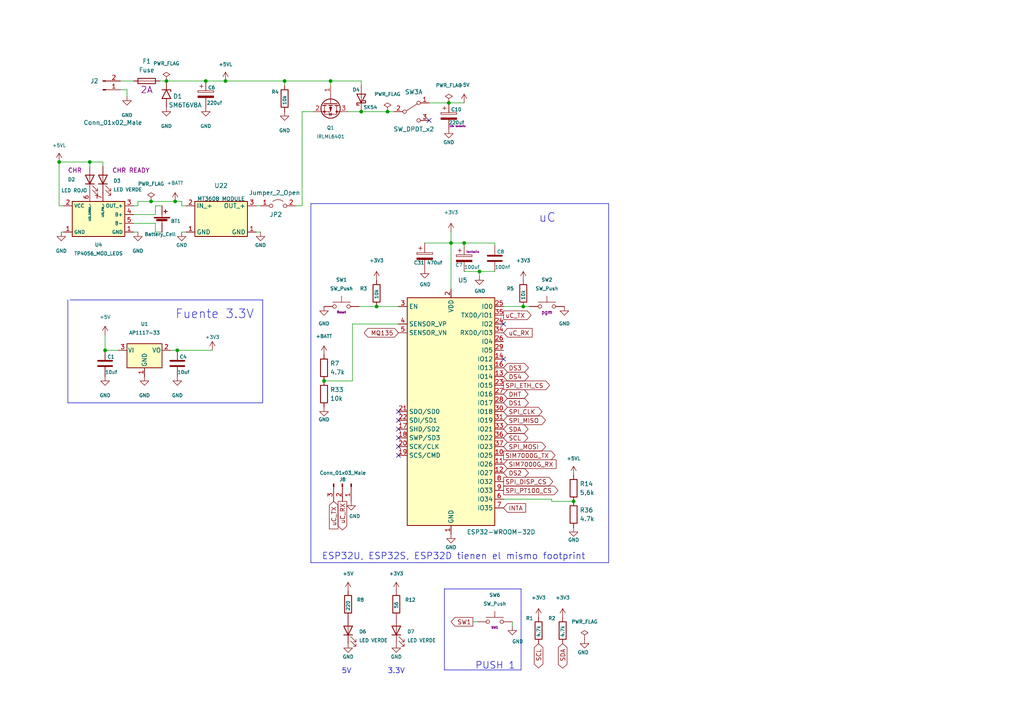
<source format=kicad_sch>
(kicad_sch (version 20230121) (generator eeschema)
  (paper "A4")
  (junction (at 65.405 23.495))
  (junction (at -59.055 178.435))
  (junction (at 130.175 29.845))
  (junction (at -24.765 175.895))
  (junction (at -41.91 67.945))
  (junction (at -52.07 92.075))
  (junction (at 48.26 23.495))
  (junction (at -55.245 132.08))
  (junction (at -43.815 141.605))
  (junction (at 109.22 88.9))
  (junction (at 30.48 101.6))
  (junction (at -41.91 92.075))
  (junction (at 166.37 145.415))
  (junction (at 130.81 70.485))
  (junction (at -49.53 170.815))
  (junction (at 134.62 70.485))
  (junction (at -137.795 132.08))
  (junction (at 93.98 110.49))
  (junction (at -59.055 186.69))
  (junction (at -131.445 132.08))
  (junction (at 50.8 58.42))
  (junction (at -64.77 186.69))
  (junction (at 112.395 32.385))
  (junction (at 95.885 23.495))
  (junction (at 59.69 23.495))
  (junction (at -91.44 132.08))
  (junction (at -29.21 67.945))
  (junction (at -14.605 79.375))
  (junction (at 17.145 46.99))
  (junction (at 43.815 58.42))
  (junction (at -69.215 132.08))
  (junction (at 51.435 101.6))
  (junction (at -34.925 141.605))
  (junction (at 104.775 32.385))
  (junction (at -80.01 132.08))
  (junction (at 139.065 78.74))
  (junction (at 151.765 88.9))
  (junction (at 26.035 46.99))
  (junction (at 82.55 23.495))
  (junction (at -26.67 21.59))
  (junction (at -50.8 53.34))
  (no_connect (at -35.56 43.18))
  (no_connect (at 146.05 93.98))
  (no_connect (at -35.56 40.64))
  (no_connect (at 124.46 34.925))
  (no_connect (at -77.47 198.12))
  (no_connect (at -80.01 198.12))
  (no_connect (at 115.57 119.38))
  (no_connect (at 115.57 127))
  (no_connect (at 115.57 124.46))
  (no_connect (at 115.57 121.92))
  (no_connect (at 115.57 132.08))
  (no_connect (at 115.57 129.54))
  (no_connect (at 146.05 104.14))
  (no_connect (at -82.55 198.12))
  (wire (pts (xy 30.48 101.6) (xy 34.29 101.6)))
  (wire (pts (xy 82.55 23.495) (xy 82.55 24.765)))
  (wire (pts (xy -59.055 178.435) (xy -59.055 186.69)))
  (wire (pts (xy 38.735 64.77) (xy 45.085 64.77)))
  (wire (pts (xy 130.81 70.485) (xy 130.81 83.82)))
  (wire (pts (xy -59.055 141.605) (xy -59.055 163.195)))
  (wire (pts (xy -35.56 27.94) (xy -30.48 27.94)))
  (wire (pts (xy -58.42 92.075) (xy -52.07 92.075)))
  (wire (pts (xy 53.975 67.31) (xy 52.705 67.31)))
  (wire (pts (xy -24.765 175.895) (xy -20.955 175.895)))
  (wire (pts (xy 95.885 23.495) (xy 104.775 23.495)))
  (wire (pts (xy -30.48 21.59) (xy -26.67 21.59)))
  (wire (pts (xy -30.48 27.94) (xy -30.48 21.59)))
  (wire (pts (xy 87.63 32.385) (xy 87.63 59.69)))
  (wire (pts (xy 52.705 59.69) (xy 53.975 59.69)))
  (wire (pts (xy 38.735 67.31) (xy 40.005 67.31)))
  (wire (pts (xy 100.965 32.385) (xy 104.775 32.385)))
  (wire (pts (xy 38.735 59.69) (xy 40.005 59.69)))
  (polyline (pts (xy 151.13 194.31) (xy 128.905 194.31)))
  (wire (pts (xy -14.605 79.375) (xy -14.605 85.09)))
  (wire (pts (xy 26.035 46.99) (xy 26.035 48.26)))
  (wire (pts (xy 109.22 88.9) (xy 115.57 88.9)))
  (wire (pts (xy 134.62 70.485) (xy 134.62 71.12)))
  (wire (pts (xy 17.145 59.69) (xy 18.415 59.69)))
  (wire (pts (xy 34.925 23.495) (xy 38.735 23.495)))
  (wire (pts (xy 46.355 23.495) (xy 48.26 23.495)))
  (wire (pts (xy 102.235 93.98) (xy 102.235 110.49)))
  (wire (pts (xy -131.445 130.81) (xy -131.445 132.08)))
  (wire (pts (xy -58.42 53.34) (xy -50.8 53.34)))
  (wire (pts (xy 36.83 26.035) (xy 36.83 27.94)))
  (wire (pts (xy -14.605 76.2) (xy -14.605 79.375)))
  (wire (pts (xy 43.815 58.42) (xy 40.005 58.42)))
  (polyline (pts (xy 19.685 86.995) (xy 19.685 116.84)))
  (wire (pts (xy -31.75 85.725) (xy -29.21 85.725)))
  (wire (pts (xy 65.405 23.495) (xy 82.55 23.495)))
  (polyline (pts (xy 151.13 170.815) (xy 151.13 194.31)))
  (wire (pts (xy -165.1 134.62) (xy -161.925 134.62)))
  (wire (pts (xy 143.51 71.12) (xy 143.51 70.485)))
  (wire (pts (xy -29.21 67.945) (xy -14.605 67.945)))
  (wire (pts (xy -26.67 82.55) (xy -26.67 85.09)))
  (wire (pts (xy 146.05 144.78) (xy 160.02 144.78)))
  (wire (pts (xy -59.055 141.605) (xy -57.785 141.605)))
  (wire (pts (xy -26.67 21.59) (xy -16.51 21.59)))
  (wire (pts (xy -55.245 132.08) (xy -69.215 132.08)))
  (wire (pts (xy -153.035 132.08) (xy -149.86 132.08)))
  (wire (pts (xy -14.605 67.945) (xy -14.605 68.58)))
  (wire (pts (xy 74.295 67.31) (xy 75.565 67.31)))
  (wire (pts (xy 148.59 181.61) (xy 148.59 180.34)))
  (wire (pts (xy 17.145 46.99) (xy 17.145 59.69)))
  (wire (pts (xy -137.795 130.81) (xy -137.795 132.08)))
  (wire (pts (xy 124.46 29.845) (xy 130.175 29.845)))
  (wire (pts (xy 45.085 62.23) (xy 38.735 62.23)))
  (wire (pts (xy -165.1 132.08) (xy -160.655 132.08)))
  (wire (pts (xy -91.44 132.08) (xy -91.44 186.69)))
  (wire (pts (xy 46.99 59.69) (xy 45.085 59.69)))
  (wire (pts (xy -53.975 170.815) (xy -49.53 170.815)))
  (wire (pts (xy -31.75 79.375) (xy -26.67 79.375)))
  (wire (pts (xy 123.19 70.485) (xy 130.81 70.485)))
  (polyline (pts (xy 20.32 86.995) (xy 76.2 86.995)))
  (wire (pts (xy -91.44 132.08) (xy -80.01 132.08)))
  (polyline (pts (xy 76.2 116.84) (xy 19.685 116.84)))
  (wire (pts (xy 52.705 58.42) (xy 50.8 58.42)))
  (wire (pts (xy -59.055 178.435) (xy -49.53 178.435)))
  (wire (pts (xy 112.395 32.385) (xy 114.3 32.385)))
  (wire (pts (xy -52.07 80.01) (xy -58.42 80.01)))
  (wire (pts (xy 49.53 101.6) (xy 51.435 101.6)))
  (wire (pts (xy 17.78 67.31) (xy 18.415 67.31)))
  (wire (pts (xy -62.23 67.945) (xy -41.91 67.945)))
  (polyline (pts (xy 76.2 86.995) (xy 76.2 116.84)))
  (wire (pts (xy 50.8 58.42) (xy 43.815 58.42)))
  (wire (pts (xy -34.925 141.605) (xy -31.115 141.605)))
  (wire (pts (xy -29.21 76.2) (xy -31.75 76.2)))
  (wire (pts (xy -43.815 133.985) (xy -43.815 132.08)))
  (wire (pts (xy -52.07 92.075) (xy -41.91 92.075)))
  (wire (pts (xy -43.815 141.605) (xy -34.925 141.605)))
  (wire (pts (xy 46.99 67.31) (xy 45.085 67.31)))
  (wire (pts (xy -95.25 132.08) (xy -91.44 132.08)))
  (wire (pts (xy -41.91 67.945) (xy -41.91 71.12)))
  (wire (pts (xy 134.62 70.485) (xy 143.51 70.485)))
  (wire (pts (xy 74.295 59.69) (xy 75.565 59.69)))
  (wire (pts (xy 29.845 48.26) (xy 29.845 46.99)))
  (polyline (pts (xy 176.53 59.055) (xy 176.53 163.195)))
  (wire (pts (xy 30.48 97.155) (xy 30.48 101.6)))
  (polyline (pts (xy 90.17 59.055) (xy 176.53 59.055)))
  (wire (pts (xy 160.02 144.78) (xy 160.02 145.415)))
  (wire (pts (xy 82.55 23.495) (xy 95.885 23.495)))
  (wire (pts (xy 59.69 23.495) (xy 65.405 23.495)))
  (wire (pts (xy 34.925 26.035) (xy 36.83 26.035)))
  (wire (pts (xy 137.16 180.34) (xy 138.43 180.34)))
  (wire (pts (xy -161.925 134.62) (xy -161.925 135.89)))
  (wire (pts (xy 134.62 78.74) (xy 139.065 78.74)))
  (polyline (pts (xy 128.905 194.31) (xy 128.905 170.815)))
  (wire (pts (xy 102.235 110.49) (xy 93.98 110.49)))
  (wire (pts (xy 130.81 67.31) (xy 130.81 70.485)))
  (wire (pts (xy 139.065 78.74) (xy 143.51 78.74)))
  (wire (pts (xy 130.175 29.845) (xy 134.62 29.845)))
  (wire (pts (xy 151.765 88.9) (xy 153.543 88.9)))
  (wire (pts (xy -131.445 132.08) (xy -127 132.08)))
  (wire (pts (xy 130.81 70.485) (xy 134.62 70.485)))
  (wire (pts (xy 104.14 88.9) (xy 109.22 88.9)))
  (wire (pts (xy -55.245 132.08) (xy -43.815 132.08)))
  (wire (pts (xy 45.085 67.31) (xy 45.085 64.77)))
  (wire (pts (xy 51.435 101.6) (xy 61.595 101.6)))
  (wire (pts (xy 45.085 59.69) (xy 45.085 62.23)))
  (wire (pts (xy -58.42 87.63) (xy -58.42 92.075)))
  (wire (pts (xy 48.26 23.495) (xy 59.69 23.495)))
  (wire (pts (xy -137.795 132.08) (xy -131.445 132.08)))
  (wire (pts (xy 52.705 59.69) (xy 52.705 58.42)))
  (wire (pts (xy -49.53 170.815) (xy -32.385 170.815)))
  (wire (pts (xy 26.035 46.99) (xy 17.145 46.99)))
  (wire (pts (xy -19.05 79.375) (xy -14.605 79.375)))
  (polyline (pts (xy 176.53 163.195) (xy 90.17 163.195)))
  (wire (pts (xy -106.68 132.08) (xy -105.41 132.08)))
  (wire (pts (xy 29.845 46.99) (xy 26.035 46.99)))
  (wire (pts (xy -31.75 82.55) (xy -26.67 82.55)))
  (wire (pts (xy 95.885 23.495) (xy 95.885 24.765)))
  (wire (pts (xy -47.625 141.605) (xy -43.815 141.605)))
  (polyline (pts (xy 90.17 59.055) (xy 90.17 163.195)))
  (wire (pts (xy -14.605 85.09) (xy -19.05 85.09)))
  (wire (pts (xy -142.24 132.08) (xy -137.795 132.08)))
  (wire (pts (xy -41.91 93.98) (xy -41.91 92.075)))
  (wire (pts (xy -59.055 186.69) (xy -55.245 186.69)))
  (wire (pts (xy 40.005 58.42) (xy 40.005 59.69)))
  (wire (pts (xy 85.725 59.69) (xy 87.63 59.69)))
  (wire (pts (xy -41.91 67.945) (xy -29.21 67.945)))
  (wire (pts (xy 160.02 145.415) (xy 166.37 145.415)))
  (wire (pts (xy 115.57 93.98) (xy 102.235 93.98)))
  (wire (pts (xy -52.07 86.36) (xy -52.07 92.075)))
  (wire (pts (xy -64.77 186.69) (xy -59.055 186.69)))
  (wire (pts (xy -41.91 92.075) (xy -41.91 90.805)))
  (wire (pts (xy 139.065 80.01) (xy 139.065 78.74)))
  (wire (pts (xy -59.055 173.355) (xy -59.055 178.435)))
  (wire (pts (xy 104.775 23.495) (xy 104.775 24.765)))
  (wire (pts (xy -68.58 186.69) (xy -64.77 186.69)))
  (wire (pts (xy -29.21 85.725) (xy -29.21 91.44)))
  (wire (pts (xy -29.21 67.945) (xy -29.21 76.2)))
  (polyline (pts (xy 128.905 170.815) (xy 128.905 170.815)))
  (wire (pts (xy 104.775 32.385) (xy 112.395 32.385)))
  (wire (pts (xy 146.05 88.9) (xy 151.765 88.9)))
  (wire (pts (xy -55.245 132.08) (xy -55.245 136.525)))
  (polyline (pts (xy 128.905 170.815) (xy 151.13 170.815)))
  (wire (pts (xy 90.805 32.385) (xy 87.63 32.385)))
  (wire (pts (xy -80.01 132.08) (xy -69.215 132.08)))
  (rectangle (start -180.975 118.11) (end -8.89 224.79))
  (text_box "10v" (at -92.075 126.365 0) (size 10.16 3.81) (effects (font (size 1.5 1.5))))
  (text "5V" (at 99.06 195.58 0) (effects (font (size 1.5 1.5)) (justify left bottom)))
  (text "CHARGE" (at -12.7 80.645 0) (effects (font (size 1.27 1.27)) (justify left bottom)))
  (text "Fuente 3.3V" (at 50.8 92.71 0) (effects (font (size 2.54 2.54)) (justify left bottom)))
  (text "PUSH 1" (at 137.795 194.31 0) (effects (font (size 2 2)) (justify left bottom)))
  (text "ESP32U, ESP32S, ESP32D tienen el mismo footprint\n" (at 93.345 162.56 0) (effects (font (size 1.905 1.905)) (justify left bottom)))
  (text "STDBY" (at -12.7 86.36 0) (effects (font (size 1.27 1.27)) (justify left bottom)))
  (text "uC" (at 156.21 64.77 0) (effects (font (size 2.54 2.54)) (justify left bottom)))
  (text "R4 = 22k = 60 ma\nR4 = 2K = 580 ma" (at -69.215 100.33 0) (effects (font (size 1.27 1.27)) (justify left bottom)))
  (text "3.3V" (at 112.395 195.58 0) (effects (font (size 1.5 1.5)) (justify left bottom)))
  (global_label "SCL" (shape bidirectional) (at 156.21 186.69 270) (property "Intersheetrefs" "${INTERSHEET_REFS}" (effects hide)) (property "Referencias entre hojas" "${INTERSHEET_REFS}" (effects hide)))
  (global_label "SCL" (shape bidirectional) (at 146.05 127 0) (property "Intersheetrefs" "${INTERSHEET_REFS}" (effects hide)) (property "Referencias entre hojas" "${INTERSHEET_REFS}" (effects hide)))
  (global_label "VBat" (shape output) (at -55.245 186.69 0) (property "Intersheetrefs" "${INTERSHEET_REFS}" (effects hide)) (property "Referencias entre hojas" "${INTERSHEET_REFS}" (effects hide)))
  (global_label "uC_TX" (shape input) (at 96.774 145.415 270) (property "Intersheetrefs" "${INTERSHEET_REFS}" (effects hide)) (property "Referencias entre hojas" "${INTERSHEET_REFS}" (effects hide)))
  (global_label "DS1" (shape bidirectional) (at 146.05 116.84 0) (property "Intersheetrefs" "${INTERSHEET_REFS}" (effects hide)) (property "Referencias entre hojas" "${INTERSHEET_REFS}" (effects hide)))
  (global_label "SIM7000G_RX" (shape input) (at 146.05 134.62 0) (property "Intersheetrefs" "${INTERSHEET_REFS}" (effects hide)) (property "Referencias entre hojas" "${INTERSHEET_REFS}" (effects hide)))
  (global_label "SPI_PT100_CS" (shape output) (at 146.05 142.24 0) (property "Intersheetrefs" "${INTERSHEET_REFS}" (effects hide)) (property "Referencias entre hojas" "${INTERSHEET_REFS}" (effects hide)))
  (global_label "DHT" (shape bidirectional) (at 146.05 114.3 0) (property "Intersheetrefs" "${INTERSHEET_REFS}" (effects hide)) (property "Referencias entre hojas" "${INTERSHEET_REFS}" (effects hide)))
  (global_label "Bat_ENA" (shape input) (at -20.955 175.895 0) (property "Intersheetrefs" "${INTERSHEET_REFS}" (effects hide)))
  (global_label "V_IN" (shape output) (at -31.115 141.605 0) (property "Intersheetrefs" "${INTERSHEET_REFS}" (effects hide)) (property "Referencias entre hojas" "${INTERSHEET_REFS}" (effects hide)))
  (global_label "SPI_MISO" (shape bidirectional) (at 146.05 121.92 0) (property "Intersheetrefs" "${INTERSHEET_REFS}" (effects hide)) (property "Referencias entre hojas" "${INTERSHEET_REFS}" (effects hide)))
  (global_label "SDA" (shape bidirectional) (at 146.05 124.46 0) (property "Intersheetrefs" "${INTERSHEET_REFS}" (effects hide)) (property "Referencias entre hojas" "${INTERSHEET_REFS}" (effects hide)))
  (global_label "INTA" (shape input) (at 146.05 147.32 0) (property "Intersheetrefs" "${INTERSHEET_REFS}" (effects hide)) (property "Referencias entre hojas" "${INTERSHEET_REFS}" (effects hide)))
  (global_label "SPI_ETH_CS" (shape output) (at 146.05 111.76 0) (property "Intersheetrefs" "${INTERSHEET_REFS}" (effects hide)) (property "Referencias entre hojas" "${INTERSHEET_REFS}" (effects hide)))
  (global_label "DS3" (shape bidirectional) (at 146.05 106.68 0) (property "Intersheetrefs" "${INTERSHEET_REFS}" (effects hide)) (property "Referencias entre hojas" "${INTERSHEET_REFS}" (effects hide)))
  (global_label "MQ135" (shape bidirectional) (at 115.57 96.52 180) (property "Intersheetrefs" "${INTERSHEET_REFS}" (effects hide)) (property "Referencias entre hojas" "${INTERSHEET_REFS}" (effects hide)))
  (global_label "uC_TX" (shape output) (at 146.05 91.44 0) (property "Intersheetrefs" "${INTERSHEET_REFS}" (effects hide)) (property "Referencias entre hojas" "${INTERSHEET_REFS}" (effects hide)))
  (global_label "DS2" (shape bidirectional) (at 146.05 137.16 0) (property "Intersheetrefs" "${INTERSHEET_REFS}" (effects hide)) (property "Referencias entre hojas" "${INTERSHEET_REFS}" (effects hide)))
  (global_label "DS4" (shape bidirectional) (at 146.05 109.22 0) (property "Intersheetrefs" "${INTERSHEET_REFS}" (effects hide)) (property "Referencias entre hojas" "${INTERSHEET_REFS}" (effects hide)))
  (global_label "SPI_MOSI" (shape bidirectional) (at 146.05 129.54 0) (property "Intersheetrefs" "${INTERSHEET_REFS}" (effects hide)) (property "Referencias entre hojas" "${INTERSHEET_REFS}" (effects hide)))
  (global_label "SW1" (shape output) (at 137.16 180.34 180) (property "Intersheetrefs" "${INTERSHEET_REFS}" (effects hide)) (property "Referencias entre hojas" "${INTERSHEET_REFS}" (effects hide)))
  (global_label "SDA" (shape bidirectional) (at 163.195 186.69 270) (property "Intersheetrefs" "${INTERSHEET_REFS}" (effects hide)) (property "Referencias entre hojas" "${INTERSHEET_REFS}" (effects hide)))
  (global_label "uC_RX" (shape input) (at 146.05 96.52 0) (property "Intersheetrefs" "${INTERSHEET_REFS}" (effects hide)) (property "Referencias entre hojas" "${INTERSHEET_REFS}" (effects hide)))
  (global_label "BAT+" (shape input) (at -29.21 89.535 0) (property "Intersheetrefs" "${INTERSHEET_REFS}" (effects hide)))
  (global_label "SPI_CLK" (shape bidirectional) (at 146.05 119.38 0) (property "Intersheetrefs" "${INTERSHEET_REFS}" (effects hide)) (property "Referencias entre hojas" "${INTERSHEET_REFS}" (effects hide)))
  (global_label "VLin" (shape output) (at -131.445 130.81 90) (property "Intersheetrefs" "${INTERSHEET_REFS}" (effects hide)) (property "Referencias entre hojas" "${INTERSHEET_REFS}" (effects hide)))
  (global_label "SIM7000G_TX" (shape output) (at 146.05 132.08 0) (property "Intersheetrefs" "${INTERSHEET_REFS}" (effects hide)) (property "Referencias entre hojas" "${INTERSHEET_REFS}" (effects hide)))
  (global_label "uC_RX" (shape output) (at 99.314 145.415 270) (property "Intersheetrefs" "${INTERSHEET_REFS}" (effects hide)) (property "Referencias entre hojas" "${INTERSHEET_REFS}" (effects hide)))
  (global_label "SPI_DISP_CS" (shape output) (at 146.05 139.7 0) (property "Intersheetrefs" "${INTERSHEET_REFS}" (effects hide)) (property "Referencias entre hojas" "${INTERSHEET_REFS}" (effects hide)))
  (symbol (lib_id "power:GND") (at 75.565 67.31 0) (unit 1)
    (property "Reference" "#PWR046" (effects hide))
    (property "Value" "GND" (at 75.565 71.12 0) (effects (font (size 1 1))))
  )
  (symbol (lib_id "power:+3.3V") (at 61.595 101.6 0) (unit 1)
    (property "Reference" "#PWR016" (effects hide))
    (property "Value" "+3.3V" (at 61.595 97.79 0) (effects (font (size 1 1))))
  )
  (symbol (lib_id "Connector:Conn_01x02_Pin") (at -170.18 132.08 0) (unit 1)
    (property "Reference" "J3" (at -171.45 134.6201 0) (effects (justify right)))
    (property "Value" "Conn_01x02_Male" (at -160.02 127.635 0) (effects (justify right)))
    (property "Footprint" "Connector_Phoenix_MSTB:PhoenixContact_MSTBA_2,5_2-G-5,08_1x02_P5.08mm_Horizontal" (effects hide))
  )
  (symbol (lib_id "power:+5VL") (at 17.145 46.99 0) (unit 1)
    (property "Reference" "#PWR01" (effects hide))
    (property "Value" "+5VL" (at 17.145 42.164 0) (effects (font (size 1 1))))
  )
  (symbol (lib_id "Device:R") (at 114.935 175.26 0) (unit 1)
    (property "Reference" "R12" (at 117.475 173.9899 0) (effects (font (size 1 1)) (justify left)))
    (property "Value" "56" (at 114.935 176.53 90) (effects (font (size 1 1)) (justify left)))
    (property "Footprint" "Resistor_SMD:R_0805_2012Metric_Pad1.20x1.40mm_HandSolder" (effects hide))
    (property "Elemon" "RS3896111" (effects hide))
  )
  (symbol (lib_id "power:GND") (at 148.59 181.61 0) (unit 1)
    (property "Reference" "#PWR031" (effects hide))
    (property "Value" "~" (at 151.765 186.055 0) (effects (font (size 1 1)) (justify right)))
  )
  (symbol (lib_id "Jumper:Jumper_2_Open") (at -100.33 132.08 0) (unit 1)
    (property "Reference" "JP1" (at -100.965 134.62 0))
    (property "Value" "Jumper_2_Open" (at -101.346 128.2954 0))
    (property "Footprint" "Connector_PinHeader_2.54mm:PinHeader_1x02_P2.54mm_Vertical" (effects hide))
    (property "Data" "PWR 10V" (at -100.33 137.16 0) (effects (font (size 1.5 1.5))))
  )
  (symbol (lib_id "Device:D_TVS") (at -137.795 135.89 90) (unit 1)
    (property "Reference" "D12" (at -135.763 134.6199 90) (effects (justify right)))
    (property "Value" "D_TVS" (at -135.763 137.1599 90) (effects (justify right)))
    (property "Footprint" "Diode_SMD:D_SMA_Handsoldering" (effects hide))
    (property "Info" "SMAJ28A" (at -141.097 138.43 90) (effects (font (size 0.5 0.5))))
  )
  (symbol (lib_id "Device:R") (at -49.53 174.625 0) (unit 1)
    (property "Reference" "R11" (at -54.61 173.355 0) (effects (font (size 1 1)) (justify left)))
    (property "Value" "10k" (at -49.53 176.53 90) (effects (font (size 1 1)) (justify left)))
    (property "Footprint" "Resistor_SMD:R_0805_2012Metric_Pad1.20x1.40mm_HandSolder" (effects hide))
  )
  (symbol (lib_id "power:GND") (at -137.795 139.7 0) (unit 1)
    (property "Reference" "#PWR07" (effects hide))
    (property "Value" "GND" (at -137.795 143.51 0))
  )
  (symbol (lib_id "Device:D_Schottky") (at -43.815 137.795 90) (unit 1)
    (property "Reference" "D13" (at -46.355 135.255 90) (effects (font (size 1 1)) (justify right)))
    (property "Value" "SK54" (at -43.18 140.335 90) (effects (font (size 1 1)) (justify right)))
    (property "Footprint" "Diode_SMD:D_SMB" (effects hide))
    (property "Elemon" "DI1356210" (effects hide))
  )
  (symbol (lib_id "Device:Battery_Cell") (at 46.99 64.77 0) (unit 1)
    (property "Reference" "BT1" (at 49.53 64.135 0) (effects (font (size 1 1)) (justify left)))
    (property "Value" "Battery_Cell" (at 41.91 67.945 0) (effects (font (size 1 1)) (justify left)))
    (property "Footprint" "Battery:BatteryHolder_MPD_BH-18650-PC2" (effects hide))
  )
  (symbol (lib_id "Mi Libreria:LM2596 MODULE") (at -116.84 135.89 0) (unit 1)
    (property "Reference" "U3" (at -126.365 126.365 0))
    (property "Value" "LM2596 MODULE" (at -116.84 129.54 0) (effects (font (size 1.1 1.1))))
    (property "Footprint" "Mis huellas:LM2596_MOD" (effects hide))
  )
  (symbol (lib_id "Device:LED") (at 26.035 52.07 90) (unit 1)
    (property "Reference" "D2" (at 19.685 52.07 90) (effects (font (size 1 1)) (justify right)))
    (property "Value" "LED ROJO" (at 17.78 55.245 90) (effects (font (size 1 1)) (justify right)))
    (property "Footprint" "LED_SMD:LED_1206_3216Metric_Pad1.42x1.75mm_HandSolder" (effects hide))
    (property "Data" "CHR" (at 21.717 49.403 90))
    (property "Elemon" "OP1574070" (effects hide))
  )
  (symbol (lib_id "Device:C_Polarized") (at 123.19 74.295 0) (unit 1)
    (property "Reference" "C31" (at 120.015 76.2 0) (effects (font (size 1 1)) (justify left)))
    (property "Value" "470uf" (at 123.825 76.2 0) (effects (font (size 1 1)) (justify left)))
    (property "Footprint" "Capacitor_SMD:CP_Elec_8x10" (effects hide))
  )
  (symbol (lib_id "power:+5V") (at 100.965 171.45 0) (unit 1)
    (property "Reference" "#PWR050" (effects hide))
    (property "Value" "+5V" (at 100.965 166.37 0) (effects (font (size 1 1))))
  )
  (symbol (lib_id "RF_Module:ESP32-WROOM-32D") (at 130.81 119.38 0) (unit 1)
    (property "Reference" "U5" (at 132.8294 81.28 0) (effects (justify left)))
    (property "Value" "ESP32-WROOM-32D" (at 135.382 154.305 0) (effects (justify left)))
    (property "Footprint" "RF_Module:ESP32-WROOM-32D" (effects hide))
    (property "Datasheet" "https://www.espressif.com/sites/default/files/documentation/esp32-wroom-32d_esp32-wroom-32u_datasheet_en.pdf" (effects hide))
  )
  (symbol (lib_id "Mi Libreria:TP4056_MOD_LEDS") (at 28.575 63.5 0) (unit 1)
    (property "Reference" "U4" (at 28.575 70.993 0) (effects (font (size 1 1))))
    (property "Value" "TP4056_MOD_LEDS" (at 28.575 73.533 0) (effects (font (size 1 1))))
    (property "Footprint" "Mis huellas:TP4056_MOD_LEDS" (effects hide))
  )
  (symbol (lib_id "Device:C") (at 30.48 105.41 0) (unit 1)
    (property "Reference" "C1" (at 31.115 103.505 0) (effects (font (size 1 1)) (justify left)))
    (property "Value" "10uf" (at 30.48 107.95 0) (effects (font (size 1 1)) (justify left)))
    (property "Footprint" "Capacitor_SMD:C_0805_2012Metric_Pad1.18x1.45mm_HandSolder" (effects hide))
    (property "Elemon" "CA3279964" (effects hide))
  )
  (symbol (lib_id "power:PWR_FLAG") (at -69.215 132.08 0) (unit 1)
    (property "Reference" "#FLG09" (effects hide))
    (property "Value" "PWR_FLAG" (at -69.215 128.27 0))
  )
  (symbol (lib_id "Connector:Conn_01x03_Male") (at 99.314 140.335 270) (unit 1)
    (property "Reference" "J8" (at 98.425 139.065 90) (effects (font (size 1 1)) (justify left)))
    (property "Value" "Conn_01x03_Male" (at 92.71 137.16 90) (effects (font (size 1 1)) (justify left)))
    (property "Footprint" "Connector_PinHeader_2.54mm:PinHeader_1x03_P2.54mm_Vertical" (effects hide))
  )
  (symbol (lib_id "Device:C") (at 51.435 105.41 0) (unit 1)
    (property "Reference" "C4" (at 52.07 103.505 0) (effects (font (size 1 1)) (justify left)))
    (property "Value" "10uf" (at 51.435 107.95 0) (effects (font (size 1 1)) (justify left)))
    (property "Footprint" "Capacitor_SMD:C_0805_2012Metric_Pad1.18x1.45mm_HandSolder" (effects hide))
    (property "Elemon" "CA3279964" (effects hide))
  )
  (symbol (lib_id "power:GND") (at 41.91 109.22 0) (unit 1)
    (property "Reference" "#PWR08" (effects hide))
    (property "Value" "GND" (at 41.91 114.681 0) (effects (font (size 1 1))))
  )
  (symbol (lib_id "Device:R") (at 166.37 141.605 0) (unit 1)
    (property "Reference" "R14" (at 168.148 140.3349 0) (effects (justify left)))
    (property "Value" "5,6k" (at 168.148 142.8749 0) (effects (justify left)))
    (property "Footprint" "Resistor_SMD:R_0805_2012Metric_Pad1.20x1.40mm_HandSolder" (effects hide))
    (property "Elemon" "RS3896229" (effects hide))
  )
  (symbol (lib_id "power:GND") (at 93.98 88.9 0) (unit 1)
    (property "Reference" "#PWR024" (effects hide))
    (property "Value" "GND" (at 93.98 93.853 0) (effects (font (size 1 1))))
  )
  (symbol (lib_id "Device:R") (at -80.01 135.89 0) (unit 1)
    (property "Reference" "R10" (at -84.455 133.35 0) (effects (font (size 1 1)) (justify left)))
    (property "Value" "2k" (at -80.01 137.16 90) (effects (font (size 1 1)) (justify left)))
    (property "Footprint" "Resistor_SMD:R_0805_2012Metric_Pad1.20x1.40mm_HandSolder" (effects hide))
  )
  (symbol (lib_id "Device:R") (at 109.22 85.09 0) (unit 1)
    (property "Reference" "R3" (at 104.394 83.693 0) (effects (font (size 1 1)) (justify left)))
    (property "Value" "10k" (at 109.22 86.741 90) (effects (font (size 1 1)) (justify left)))
    (property "Footprint" "Resistor_SMD:R_0805_2012Metric_Pad1.20x1.40mm_HandSolder" (effects hide))
  )
  (symbol (lib_id "power:GND") (at -68.58 194.31 0) (unit 1)
    (property "Reference" "#PWR038" (effects hide))
    (property "Value" "GND" (at -68.58 198.12 0))
  )
  (symbol (lib_id "Device:R") (at -24.765 179.705 0) (unit 1)
    (property "Reference" "R13" (at -23.495 177.8 0) (effects (font (size 1 1)) (justify left)))
    (property "Value" "10k" (at -24.765 181.61 90) (effects (font (size 1 1)) (justify left)))
    (property "Footprint" "Resistor_SMD:R_0805_2012Metric_Pad1.20x1.40mm_HandSolder" (effects hide))
  )
  (symbol (lib_id "power:+5VL") (at 65.405 23.495 0) (unit 1)
    (property "Reference" "#PWR036" (effects hide))
    (property "Value" "+5VL" (at 65.405 18.669 0) (effects (font (size 1 1))))
  )
  (symbol (lib_id "Mi Libreria:TP5100_MOD") (at -80.01 190.5 0) (unit 1)
    (property "Reference" "U6" (at -80.01 181.61 0))
    (property "Value" "TP5100_MOD" (at -80.01 184.15 0) (effects (font (size 1.1 1.1))))
    (property "Footprint" "Mis huellas:TP5100_MOD" (effects hide))
  )
  (symbol (lib_id "Device:R") (at 163.195 182.88 0) (unit 1)
    (property "Reference" "R2" (at 159.004 179.324 0) (effects (font (size 1 1)) (justify left)))
    (property "Value" "4.7k" (at 163.195 184.785 90) (effects (font (size 1 1)) (justify left)))
    (property "Footprint" "Resistor_SMD:R_0805_2012Metric_Pad1.20x1.40mm_HandSolder" (effects hide))
    (property "Elemon" "RS3896224" (effects hide))
  )
  (symbol (lib_id "power:+5V") (at 134.62 29.845 0) (unit 1)
    (property "Reference" "#PWR048" (effects hide))
    (property "Value" "+5V" (at 134.62 24.638 0) (effects (font (size 1 1))))
  )
  (symbol (lib_id "Mi Libreria:MT3608 MODULE") (at 64.135 63.5 0) (unit 1)
    (property "Reference" "U22" (at 64.135 53.848 0))
    (property "Value" "MT3608 MODULE" (at 64.135 57.658 0) (effects (font (size 1.1 1.1))))
    (property "Footprint" "Mis huellas:MT3608_MOD" (effects hide))
  )
  (symbol (lib_id "power:PWR_FLAG") (at 43.815 58.42 0) (unit 1)
    (property "Reference" "#FLG04" (effects hide))
    (property "Value" "PWR_FLAG" (at 43.815 53.34 0) (effects (font (size 1 1))))
  )
  (symbol (lib_id "Device:R") (at 93.98 114.3 0) (unit 1)
    (property "Reference" "R33" (at 95.758 113.0299 0) (effects (justify left)))
    (property "Value" "10k" (at 95.758 115.5699 0) (effects (justify left)))
    (property "Footprint" "Resistor_SMD:R_0805_2012Metric_Pad1.20x1.40mm_HandSolder" (effects hide))
  )
  (symbol (lib_id "Diode:SM6T6V8A") (at 48.26 27.305 270) (unit 1)
    (property "Reference" "D1" (at 50.165 27.94 90) (effects (justify left)))
    (property "Value" "SM6T6V8A" (at 48.895 30.48 90) (effects (justify left)))
    (property "Footprint" "Diode_SMD:D_SMB" (effects hide))
    (property "Datasheet" "https://www.st.com/resource/en/datasheet/sm6t.pdf" (effects hide))
    (property "Elemon" "DI1134032" (effects hide))
  )
  (symbol (lib_id "power:GND") (at -32.385 180.975 0) (unit 1)
    (property "Reference" "#PWR040" (effects hide))
    (property "Value" "GND" (at -32.385 185.42 0))
  )
  (symbol (lib_id "power:GND") (at 101.854 145.415 0) (unit 1)
    (property "Reference" "#PWR025" (effects hide))
    (property "Value" "GND" (at 102.87 149.733 0) (effects (font (size 1 1))))
  )
  (symbol (lib_id "Transistor_FET:IRLML6401") (at 95.885 29.845 270) (unit 1)
    (property "Reference" "Q1" (at 95.885 37.084 90) (effects (font (size 1 1))))
    (property "Value" "IRLML6401" (at 95.885 39.624 90) (effects (font (size 1 1))))
    (property "Footprint" "Package_TO_SOT_SMD:SOT-23" (effects hide))
    (property "Datasheet" "https://www.infineon.com/dgdl/irlml6401pbf.pdf?fileId=5546d462533600a401535668b96d2634" (effects hide))
  )
  (symbol (lib_id "power:GND") (at 100.965 186.69 0) (unit 1)
    (property "Reference" "#PWR051" (effects hide))
    (property "Value" "GND" (at 100.965 190.5 0) (effects (font (size 1 1))))
  )
  (symbol (lib_id "Switch:SW_Push") (at 99.06 88.9 0) (unit 1)
    (property "Reference" "SW1" (at 99.06 81.153 0) (effects (font (size 1 1))))
    (property "Value" "SW_Push" (at 99.06 83.693 0) (effects (font (size 1 1))))
    (property "Footprint" "Button_Switch_SMD:SW_Push_1P1T_NO_6x6mm_H9.5mm" (effects hide))
    (property "Info" "Reset" (at 99.06 90.551 0) (effects (font (size 0.635 0.635))))
    (property "Elemon" "SW5702450" (effects hide))
  )
  (symbol (lib_id "Device:R") (at 166.37 149.225 0) (unit 1)
    (property "Reference" "R36" (at 168.148 147.9549 0) (effects (justify left)))
    (property "Value" "4.7k" (at 168.148 150.4949 0) (effects (justify left)))
    (property "Footprint" "Resistor_SMD:R_0805_2012Metric_Pad1.20x1.40mm_HandSolder" (effects hide))
  )
  (symbol (lib_id "Transistor_FET:DMG2302U") (at -29.845 175.895 0) (mirror y) (unit 1)
    (property "Reference" "Q7" (at -35.56 174.6249 0) (effects (justify left)))
    (property "Value" "DMG2302U" (at -35.56 177.1649 0) (effects (justify left)))
    (property "Footprint" "Package_TO_SOT_SMD:SOT-23" (effects hide))
    (property "Datasheet" "http://www.diodes.com/assets/Datasheets/DMG2302U.pdf" (effects hide))
  )
  (symbol (lib_id "power:GND") (at -127 139.7 0) (unit 1)
    (property "Reference" "#PWR09" (effects hide))
    (property "Value" "GND" (at -127 143.51 0))
  )
  (symbol (lib_id "power:GND") (at -41.91 93.98 0) (unit 1)
    (property "Reference" "#PWR02" (effects hide))
    (property "Value" "GND" (at -41.783 98.3742 0))
  )
  (symbol (lib_id "Device:C_Polarized") (at 134.62 74.93 0) (unit 1)
    (property "Reference" "C7" (at 132.08 76.835 0) (effects (font (size 1 1)) (justify left)))
    (property "Value" "100uf" (at 134.62 77.47 0) (effects (font (size 1 1)) (justify left)))
    (property "Footprint" "Capacitor_Tantalum_SMD:CP_EIA-7343-31_Kemet-D_Pad2.25x2.55mm_HandSolder" (effects hide))
    (property "Data" "tantalio" (at 137.16 73.025 0) (effects (font (size 0.635 0.635))))
  )
  (symbol (lib_id "Device:D_Schottky") (at 104.775 28.575 90) (unit 1)
    (property "Reference" "D4" (at 102.235 26.035 90) (effects (font (size 1 1)) (justify right)))
    (property "Value" "SK54" (at 105.41 31.115 90) (effects (font (size 1 1)) (justify right)))
    (property "Footprint" "Diode_SMD:D_SMC_Handsoldering" (effects hide))
    (property "Elemon" "DI1356210" (effects hide))
  )
  (symbol (lib_id "power:GND") (at 93.98 118.11 0) (unit 1)
    (property "Reference" "#PWR0105" (effects hide))
    (property "Value" "GND" (at 93.98 121.666 0) (effects (font (size 1 1))))
  )
  (symbol (lib_id "power:PWR_FLAG") (at 169.545 185.42 0) (unit 1)
    (property "Reference" "#FLG03" (effects hide))
    (property "Value" "PWR_FLAG" (at 169.545 180.34 0) (effects (font (size 1 1))))
  )
  (symbol (lib_id "Connector:Conn_01x02_Male") (at 29.845 26.035 0) (mirror x) (unit 1)
    (property "Reference" "J2" (at 28.575 23.4949 0) (effects (justify right)))
    (property "Value" "Conn_01x02_Male" (at 41.275 35.56 0) (effects (justify right)))
    (property "Footprint" "Connector_Phoenix_MSTB:PhoenixContact_MSTBA_2,5_2-G-5,08_1x02_P5.08mm_Horizontal" (effects hide))
  )
  (symbol (lib_id "Device:R") (at 100.965 175.26 0) (unit 1)
    (property "Reference" "R8" (at 103.505 173.9899 0) (effects (font (size 1 1)) (justify left)))
    (property "Value" "220" (at 100.965 177.165 90) (effects (font (size 1 1)) (justify left)))
    (property "Footprint" "Resistor_SMD:R_0805_2012Metric_Pad1.20x1.40mm_HandSolder" (effects hide))
    (property "Elemon" "RS3896144" (effects hide))
  )
  (symbol (lib_id "Device:R") (at 151.765 85.09 0) (unit 1)
    (property "Reference" "R5" (at 146.939 83.693 0) (effects (font (size 1 1)) (justify left)))
    (property "Value" "10k" (at 151.765 86.995 90) (effects (font (size 1 1)) (justify left)))
    (property "Footprint" "Resistor_SMD:R_0805_2012Metric_Pad1.20x1.40mm_HandSolder" (effects hide))
  )
  (symbol (lib_id "power:GND") (at -91.44 194.31 0) (unit 1)
    (property "Reference" "#PWR020" (effects hide))
    (property "Value" "GND" (at -91.44 198.12 0))
  )
  (symbol (lib_id "Device:LED") (at 114.935 182.88 90) (unit 1)
    (property "Reference" "D7" (at 118.11 183.1974 90) (effects (font (size 1 1)) (justify right)))
    (property "Value" "LED VERDE" (at 118.11 185.7374 90) (effects (font (size 1 1)) (justify right)))
    (property "Footprint" "LED_SMD:LED_1206_3216Metric_Pad1.42x1.75mm_HandSolder" (effects hide))
    (property "Elemon" "OP1574081" (effects hide))
  )
  (symbol (lib_id "power:GND") (at 48.26 31.115 0) (unit 1)
    (property "Reference" "#PWR011" (effects hide))
    (property "Value" "GND" (at 48.26 36.576 0) (effects (font (size 1 1))))
  )
  (symbol (lib_id "power:PWR_FLAG") (at 112.395 32.385 0) (unit 1)
    (property "Reference" "#FLG05" (effects hide))
    (property "Value" "PWR_FLAG" (at 112.395 27.305 0) (effects (font (size 1 1))))
  )
  (symbol (lib_id "Mi Libreria:BSP170P") (at -52.705 139.065 90) (mirror x) (unit 1)
    (property "Reference" "Q6" (at -52.705 147.955 90))
    (property "Value" "BSP170P" (at -52.705 145.415 90))
    (property "Footprint" "Mis huellas:BSP170" (effects hide))
    (property "Field4" "reempazo = IRFL9110" (at -48.26 149.86 90) (effects (font (size 1 1))))
  )
  (symbol (lib_id "Jumper:Jumper_2_Open") (at 80.645 59.69 0) (unit 1)
    (property "Reference" "JP2" (at 80.01 62.23 0))
    (property "Value" "Jumper_2_Open" (at 79.629 55.9054 0))
    (property "Footprint" "Connector_PinHeader_2.54mm:PinHeader_1x02_P2.54mm_Vertical" (effects hide))
  )
  (symbol (lib_id "power:GND") (at 30.48 109.22 0) (unit 1)
    (property "Reference" "#PWR04" (effects hide))
    (property "Value" "GND" (at 30.48 114.681 0) (effects (font (size 1 1))))
  )
  (symbol (lib_id "power:GND") (at 130.81 154.94 0) (unit 1)
    (property "Reference" "#PWR030" (effects hide))
    (property "Value" "GND" (at 130.81 158.75 0) (effects (font (size 1 1))))
  )
  (symbol (lib_id "power:GND") (at -106.68 139.7 0) (unit 1)
    (property "Reference" "#PWR014" (effects hide))
    (property "Value" "GND" (at -106.68 143.51 0))
  )
  (symbol (lib_id "power:+3.3V") (at 109.22 81.28 0) (unit 1)
    (property "Reference" "#PWR026" (effects hide))
    (property "Value" "+3.3V" (at 109.22 75.565 0) (effects (font (size 1 1))))
  )
  (symbol (lib_id "Switch:SW_Push") (at 158.623 88.9 0) (mirror y) (unit 1)
    (property "Reference" "SW2" (at 158.623 81.153 0) (effects (font (size 1 1))))
    (property "Value" "SW_Push" (at 158.623 83.693 0) (effects (font (size 1 1))))
    (property "Footprint" "Button_Switch_SMD:SW_Push_1P1T_NO_6x6mm_H9.5mm" (effects hide))
    (property "Info" "pgm" (at 158.623 90.551 0) (effects (font (size 1 1))))
    (property "Elemon" "SW5702450" (effects hide))
  )
  (symbol (lib_id "power:GND") (at 139.065 80.01 0) (unit 1)
    (property "Reference" "#PWR032" (effects hide))
    (property "Value" "GND" (at 139.192 84.4042 0) (effects (font (size 1 1))))
  )
  (symbol (lib_id "power:GND") (at 163.703 88.9 0) (mirror y) (unit 1)
    (property "Reference" "#PWR037" (effects hide))
    (property "Value" "GND" (at 163.703 93.853 0) (effects (font (size 1 1))))
  )
  (symbol (lib_id "power:+3.3V") (at 130.81 67.31 0) (unit 1)
    (property "Reference" "#PWR029" (effects hide))
    (property "Value" "+3.3V" (at 130.81 61.595 0) (effects (font (size 1 1))))
  )
  (symbol (lib_id "Switch:SW_Push") (at 143.51 180.34 0) (unit 1)
    (property "Reference" "SW6" (at 143.51 172.593 0) (effects (font (size 1 1))))
    (property "Value" "SW_Push" (at 143.51 175.133 0) (effects (font (size 1 1))))
    (property "Footprint" "Button_Switch_THT:SW_Tactile_SPST_Angled_PTS645Vx39-2LFS" (effects hide))
    (property "Info" "SW1" (at 143.51 181.991 0) (effects (font (size 0.635 0.635))))
    (property "Elemon" "SW5702093" (effects hide))
  )
  (symbol (lib_id "Switch:SW_DPDT_x2") (at 119.38 32.385 0) (unit 1)
    (property "Reference" "SW3" (at 120.015 26.67 0))
    (property "Value" "SW_DPDT_x2" (at 120.015 37.465 0))
    (property "Footprint" "Mis huellas:EG2211" (effects hide))
    (property "Elemon" "SW5701004" (effects hide))
  )
  (symbol (lib_id "Device:Fuse") (at -146.05 132.08 90) (unit 1)
    (property "Reference" "F2" (at -146.05 126.365 90))
    (property "Value" "Fuse" (at -146.05 128.905 90))
    (property "Footprint" "Fuse:Fuse_1206_3216Metric_Pad1.42x1.75mm_HandSolder" (effects hide))
    (property "Data" "2A" (at -146.05 134.62 90) (effects (font (size 1.905 1.905))))
  )
  (symbol (lib_id "power:+BATT") (at 93.98 102.87 0) (unit 1)
    (property "Reference" "#PWR047" (effects hide))
    (property "Value" "+BATT" (at 93.98 97.536 0) (effects (font (size 1 1))))
  )
  (symbol (lib_id "power:PWR_FLAG") (at -64.77 186.69 0) (unit 1)
    (property "Reference" "#FLG010" (effects hide))
    (property "Value" "PWR_FLAG" (at -64.77 182.88 0))
  )
  (symbol (lib_id "power:GND") (at -161.925 135.89 0) (unit 1)
    (property "Reference" "#PWR06" (effects hide))
    (property "Value" "GND" (at -161.925 139.7 0))
  )
  (symbol (lib_id "Device:D_Schottky") (at -156.845 132.08 180) (unit 1)
    (property "Reference" "D11" (at -158.115 129.54 0) (effects (font (size 1 1)) (justify right)))
    (property "Value" "SK54" (at -158.115 134.62 0) (effects (font (size 1 1)) (justify right)))
    (property "Footprint" "Diode_SMD:D_SMB_Handsoldering" (effects hide))
    (property "Elemon" "DI1356210" (effects hide))
  )
  (symbol (lib_id "Device:R") (at -14.605 72.39 0) (unit 1)
    (property "Reference" "R9" (at -12.7 71.755 0) (effects (justify left)))
    (property "Value" "2k" (at -14.605 73.66 90) (effects (justify left)))
    (property "Footprint" "Resistor_SMD:R_0805_2012Metric_Pad1.20x1.40mm_HandSolder" (effects hide))
  )
  (symbol (lib_id "power:GND") (at 169.545 185.42 0) (unit 1)
    (property "Reference" "#PWR019" (effects hide))
    (property "Value" "GND" (at 167.513 189.23 0) (effects (font (size 1 1)) (justify left)))
  )
  (symbol (lib_id "Device:C") (at 143.51 74.93 0) (unit 1)
    (property "Reference" "C8" (at 144.145 73.025 0) (effects (font (size 1 1)) (justify left)))
    (property "Value" "100nf" (at 143.51 77.47 0) (effects (font (size 1 1)) (justify left)))
    (property "Footprint" "Capacitor_SMD:C_0805_2012Metric_Pad1.18x1.45mm_HandSolder" (effects hide))
    (property "Elemon" "CA3279775" (effects hide))
  )
  (symbol (lib_id "power:GND") (at -50.8 53.34 0) (unit 1)
    (property "Reference" "#PWR012" (effects hide))
    (property "Value" "GND" (at -50.673 57.7342 0))
  )
  (symbol (lib_id "power:+3.3V") (at 163.195 179.07 0) (unit 1)
    (property "Reference" "#PWR017" (effects hide))
    (property "Value" "+3.3V" (at 163.195 173.355 0) (effects (font (size 1 1))))
  )
  (symbol (lib_id "power:GND") (at -24.765 183.515 0) (unit 1)
    (property "Reference" "#PWR041" (effects hide))
    (property "Value" "GND" (at -24.765 188.976 0) (effects (font (size 1 1))))
  )
  (symbol (lib_id "Regulator_Linear:AP1117-33") (at 41.91 101.6 0) (unit 1)
    (property "Reference" "U1" (at 41.91 93.98 0) (effects (font (size 1 1))))
    (property "Value" "AP1117-33" (at 41.91 96.52 0) (effects (font (size 1 1))))
    (property "Footprint" "Package_TO_SOT_SMD:SOT-223-3_TabPin2" (effects hide))
    (property "Datasheet" "http://www.diodes.com/datasheets/AP1117.pdf" (effects hide))
    (property "Elemon" "LD1117S33TR" (effects hide))
  )
  (symbol (lib_id "power:GND") (at 123.19 78.105 0) (unit 1)
    (property "Reference" "#PWR064" (effects hide))
    (property "Value" "GND" (at 123.317 82.4992 0) (effects (font (size 1 1))))
  )
  (symbol (lib_id "Device:Fuse") (at 42.545 23.495 90) (unit 1)
    (property "Reference" "F1" (at 42.545 17.78 90))
    (property "Value" "Fuse" (at 42.545 20.32 90))
    (property "Footprint" "Fuse:Fuseholder_Littelfuse_Nano2_154x" (effects hide))
    (property "Data" "2A" (at 42.545 26.035 90) (effects (font (size 1.905 1.905))))
  )
  (symbol (lib_id "power:GND") (at -29.21 99.06 0) (unit 1)
    (property "Reference" "#PWR05" (effects hide))
    (property "Value" "GND" (at -29.083 103.4542 0))
  )
  (symbol (lib_id "Mi Libreria:TP4056") (at -41.91 78.74 0) (unit 1)
    (property "Reference" "U2" (at -39.9541 69.85 0) (effects (justify left)))
    (property "Value" "TP4056" (at -39.9541 72.39 0) (effects (font (size 1.1 1.1)) (justify left)))
    (property "Footprint" "Package_SO:HTSOP-8-1EP_3.9x4.9mm_P1.27mm_EP2.4x3.2mm" (effects hide))
  )
  (symbol (lib_id "power:GND") (at -80.01 139.7 0) (unit 1)
    (property "Reference" "#PWR022" (effects hide))
    (property "Value" "GND" (at -80.01 145.161 0) (effects (font (size 1 1))))
  )
  (symbol (lib_id "Device:C_Polarized") (at 130.175 33.655 0) (unit 1)
    (property "Reference" "C10" (at 130.81 31.75 0) (effects (font (size 1 1)) (justify left)))
    (property "Value" "220uf" (at 130.175 35.56 0) (effects (font (size 1 1)) (justify left)))
    (property "Footprint" "Capacitor_Tantalum_SMD:CP_EIA-7343-31_Kemet-D_Pad2.25x2.55mm_HandSolder" (effects hide))
    (property "Data" "10v tantalio" (at 132.715 36.576 0) (effects (font (size 0.5 0.5))))
  )
  (symbol (lib_id "Device:C") (at -26.67 25.4 0) (unit 1)
    (property "Reference" "C32" (at -23.495 24.1299 0) (effects (justify left)))
    (property "Value" "10uf" (at -23.495 26.6699 0) (effects (justify left)))
    (property "Footprint" "Capacitor_SMD:C_0805_2012Metric_Pad1.18x1.45mm_HandSolder" (effects hide))
  )
  (symbol (lib_id "Mi Libreria:BSP170P") (at -56.515 168.275 180) (unit 1)
    (property "Reference" "Q5" (at -55.245 162.56 0))
    (property "Value" "BSP170P" (at -52.07 164.465 0))
    (property "Footprint" "Mis huellas:BSP170" (effects hide))
    (property "Field4" "reempazo = IRFL9110" (at -47.625 160.02 0) (effects (font (size 1 1))))
  )
  (symbol (lib_id "Connector:USB_C_Receptacle_PowerOnly_6P") (at -50.8 35.56 0) (unit 1)
    (property "Reference" "J1" (at -50.8 18.415 0))
    (property "Value" "USB_C_Receptacle_PowerOnly_6P" (at -50.8 20.955 0))
    (property "Footprint" "Connector_USB:USB_C_Receptacle_GCT_USB4135-GF-A_6P_TopMnt_Horizontal" (effects hide))
    (property "Datasheet" "https://www.usb.org/sites/default/files/documents/usb_type-c.zip" (effects hide))
  )
  (symbol (lib_id "Device:LED") (at 100.965 182.88 90) (unit 1)
    (property "Reference" "D6" (at 104.14 183.1974 90) (effects (font (size 1 1)) (justify right)))
    (property "Value" "LED VERDE" (at 104.14 185.7374 90) (effects (font (size 1 1)) (justify right)))
    (property "Footprint" "LED_SMD:LED_1206_3216Metric_Pad1.42x1.75mm_HandSolder" (effects hide))
    (property "Elemon" "OP1574081" (effects hide))
  )
  (symbol (lib_id "power:GND") (at 82.55 32.385 0) (unit 1)
    (property "Reference" "#PWR034" (effects hide))
    (property "Value" "GND" (at 82.55 37.846 0) (effects (font (size 1 1))))
  )
  (symbol (lib_id "Device:R") (at -58.42 83.82 0) (unit 1)
    (property "Reference" "R6" (at -56.515 83.185 0) (effects (justify left)))
    (property "Value" "2k" (at -58.42 85.09 90) (effects (justify left)))
    (property "Footprint" "Resistor_SMD:R_0805_2012Metric_Pad1.20x1.40mm_HandSolder" (effects hide))
  )
  (symbol (lib_id "power:+3.3V") (at 114.935 171.45 0) (unit 1)
    (property "Reference" "#PWR052" (effects hide))
    (property "Value" "+3.3V" (at 114.935 166.37 0) (effects (font (size 1 1))))
  )
  (symbol (lib_id "Device:R") (at 82.55 28.575 0) (unit 1)
    (property "Reference" "R4" (at 78.74 26.67 0) (effects (font (size 1 1)) (justify left)))
    (property "Value" "10k" (at 82.55 30.48 90) (effects (font (size 1 1)) (justify left)))
    (property "Footprint" "Resistor_SMD:R_0805_2012Metric_Pad1.20x1.40mm_HandSolder" (effects hide))
  )
  (symbol (lib_id "Device:Battery_Cell") (at -59.055 199.39 0) (unit 1)
    (property "Reference" "BT4" (at -55.88 198.12 0) (effects (justify left)))
    (property "Value" "Battery_Cell" (at -56.515 200.025 0) (effects (justify left)))
    (property "Footprint" "Mis huellas:BatteryHolder_MPD_BH-18650-PC2-HOLE" (effects hide))
  )
  (symbol (lib_id "power:+5V") (at 30.48 97.155 0) (unit 1)
    (property "Reference" "#PWR03" (effects hide))
    (property "Value" "+5V" (at 30.48 91.948 0) (effects (font (size 1 1))))
  )
  (symbol (lib_id "power:GND") (at 130.175 37.465 0) (unit 1)
    (property "Reference" "#PWR045" (effects hide))
    (property "Value" "GND" (at 130.175 41.275 0) (effects (font (size 1 1))))
  )
  (symbol (lib_id "Device:R") (at 156.21 182.88 0) (unit 1)
    (property "Reference" "R1" (at 152.527 179.324 0) (effects (font (size 1 1)) (justify left)))
    (property "Value" "4.7k" (at 156.21 184.785 90) (effects (font (size 1 1)) (justify left)))
    (property "Footprint" "Resistor_SMD:R_0805_2012Metric_Pad1.20x1.40mm_HandSolder" (effects hide))
    (property "Elemon" "RS3896224" (effects hide))
  )
  (symbol (lib_id "power:GND") (at -26.67 29.21 0) (unit 1)
    (property "Reference" "#PWR028" (effects hide))
    (property "Value" "GND" (at -26.543 33.6042 0))
  )
  (symbol (lib_id "power:PWR_FLAG") (at -16.51 21.59 0) (unit 1)
    (property "Reference" "#FLG08" (effects hide))
    (property "Value" "PWR_FLAG" (at -16.51 18.415 0))
  )
  (symbol (lib_id "power:+5VL") (at 166.37 137.795 0) (unit 1)
    (property "Reference" "#PWR080" (effects hide))
    (property "Value" "+5VL" (at 166.37 132.969 0) (effects (font (size 1 1))))
  )
  (symbol (lib_id "power:PWR_FLAG") (at -34.925 141.605 0) (unit 1)
    (property "Reference" "#FLG011" (effects hide))
    (property "Value" "PWR_FLAG" (at -34.925 137.795 0))
  )
  (symbol (lib_id "power:GND") (at 40.005 67.31 0) (unit 1)
    (property "Reference" "#PWR027" (effects hide))
    (property "Value" "GND" (at 40.005 72.771 0) (effects (font (size 1 1))))
  )
  (symbol (lib_id "power:PWR_FLAG") (at 48.26 23.495 0) (unit 1)
    (property "Reference" "#FLG02" (effects hide))
    (property "Value" "PWR_FLAG" (at 48.26 18.415 0) (effects (font (size 1 1))))
  )
  (symbol (lib_id "Device:R") (at 93.98 106.68 0) (unit 1)
    (property "Reference" "R7" (at 95.758 105.4099 0) (effects (justify left)))
    (property "Value" "4.7k" (at 95.758 107.9499 0) (effects (justify left)))
    (property "Footprint" "Resistor_SMD:R_0805_2012Metric_Pad1.20x1.40mm_HandSolder" (effects hide))
    (property "Elemon" "RS3896229" (effects hide))
  )
  (symbol (lib_id "Device:LED") (at -22.86 85.09 0) (unit 1)
    (property "Reference" "D8" (at -20.32 83.82 0))
    (property "Value" "LED" (at -19.685 86.36 0))
    (property "Footprint" "LED_SMD:LED_0805_2012Metric_Pad1.15x1.40mm_HandSolder" (effects hide))
  )
  (symbol (lib_id "power:+3.3V") (at 156.21 179.07 0) (unit 1)
    (property "Reference" "#PWR015" (effects hide))
    (property "Value" "+3.3V" (at 156.21 173.355 0) (effects (font (size 1 1))))
  )
  (symbol (lib_id "power:+BATT") (at 50.8 58.42 0) (unit 1)
    (property "Reference" "#PWR021" (effects hide))
    (property "Value" "+BATT" (at 50.8 53.086 0) (effects (font (size 1 1))))
  )
  (symbol (lib_id "power:PWR_FLAG") (at 130.175 29.845 0) (unit 1)
    (property "Reference" "#FLG0101" (effects hide))
    (property "Value" "PWR_FLAG" (at 130.175 24.765 0) (effects (font (size 1 1))))
  )
  (symbol (lib_id "power:GND") (at 51.435 109.22 0) (unit 1)
    (property "Reference" "#PWR013" (effects hide))
    (property "Value" "GND" (at 51.435 114.681 0) (effects (font (size 1 1))))
  )
  (symbol (lib_id "Device:C_Polarized") (at 59.69 27.305 0) (unit 1)
    (property "Reference" "C6" (at 60.325 25.4 0) (effects (font (size 1 1)) (justify left)))
    (property "Value" "220uf" (at 59.944 29.845 0) (effects (font (size 1 1)) (justify left)))
    (property "Footprint" "Capacitor_Tantalum_SMD:CP_EIA-7343-31_Kemet-D_Pad2.25x2.55mm_HandSolder" (effects hide))
    (property "Data" "10v tantalio" (at 59.69 27.305 0) (effects (font (size 0 0))))
  )
  (symbol (lib_id "power:GND") (at 114.935 186.69 0) (unit 1)
    (property "Reference" "#PWR053" (effects hide))
    (property "Value" "GND" (at 114.935 190.5 0) (effects (font (size 1 1))))
  )
  (symbol (lib_id "Device:LED") (at -22.86 79.375 0) (unit 1)
    (property "Reference" "D5" (at -20.32 78.105 0))
    (property "Value" "LED" (at -19.685 80.645 0))
    (property "Footprint" "LED_SMD:LED_0805_2012Metric_Pad1.15x1.40mm_HandSolder" (effects hide))
  )
  (symbol (lib_id "Device:LED") (at 29.845 52.07 90) (unit 1)
    (property "Reference" "D3" (at 32.893 52.451 90) (effects (font (size 1 1)) (justify right)))
    (property "Value" "LED VERDE" (at 32.893 54.991 90) (effects (font (size 1 1)) (justify right)))
    (property "Footprint" "LED_SMD:LED_1206_3216Metric_Pad1.42x1.75mm_HandSolder" (effects hide))
    (property "Data" "CHR READY" (at 37.973 49.403 90))
    (property "Elemon" "OP1574081" (effects hide))
  )
  (symbol (lib_id "power:GND") (at 52.705 67.31 0) (unit 1)
    (property "Reference" "#PWR033" (effects hide))
    (property "Value" "GND" (at 52.705 71.12 0) (effects (font (size 1 1))))
  )
  (symbol (lib_id "power:GND") (at 59.69 31.115 0) (unit 1)
    (property "Reference" "#PWR018" (effects hide))
    (property "Value" "GND" (at 59.69 36.576 0) (effects (font (size 1 1))))
  )
  (symbol (lib_id "Device:Battery_Cell") (at -59.055 191.77 0) (unit 1)
    (property "Reference" "BT3" (at -55.88 190.5 0) (effects (justify left)))
    (property "Value" "Battery_Cell" (at -56.515 192.405 0) (effects (justify left)))
    (property "Footprint" "Mis huellas:BatteryHolder_MPD_BH-18650-PC2-HOLE" (effects hide))
  )
  (symbol (lib_id "power:GND") (at 17.78 67.31 0) (unit 1)
    (property "Reference" "#PWR023" (effects hide))
    (property "Value" "GND" (at 17.78 72.771 0) (effects (font (size 1 1))))
  )
  (symbol (lib_id "power:GND") (at 166.37 153.035 0) (unit 1)
    (property "Reference" "#PWR065" (effects hide))
    (property "Value" "GND" (at 166.37 156.591 0) (effects (font (size 1 1))))
  )
  (symbol (lib_id "Device:Battery_Cell") (at -29.21 96.52 0) (unit 1)
    (property "Reference" "BT2" (at -26.035 93.853 0) (effects (justify left)))
    (property "Value" "Battery_Cell" (at -26.035 96.393 0) (effects (justify left)))
    (property "Footprint" "Mis huellas:BatteryHolder_MPD_BH-18650-PC2-HOLE" (effects hide))
  )
  (symbol (lib_id "power:GND") (at -59.055 201.93 0) (unit 1)
    (property "Reference" "#PWR039" (effects hide))
    (property "Value" "GND" (at -59.055 207.391 0) (effects (font (size 1 1))))
  )
  (symbol (lib_id "power:+3.3V") (at 151.765 81.28 0) (unit 1)
    (property "Reference" "#PWR035" (effects hide))
    (property "Value" "+3.3V" (at 151.765 75.565 0) (effects (font (size 1 1))))
  )
  (symbol (lib_id "power:PWR_FLAG") (at -137.795 130.81 0) (unit 1)
    (property "Reference" "#FLG01" (effects hide))
    (property "Value" "PWR_FLAG" (at -137.795 127 0))
  )
  (symbol (lib_id "power:GND") (at 36.83 27.94 0) (unit 1)
    (property "Reference" "#PWR010" (effects hide))
    (property "Value" "GND" (at 36.83 33.401 0) (effects (font (size 1 1))))
  )
  (sheet (at 306.705 11.43) (size 62.103 43.561) (stroke (width 0.5) (color 0 132 0 1))
    (property "Sheetname" "Cell Conectivity" (at 306.705 10.7184 0) (effects (justify left bottom)))
    (property "Sheetfile" "Cell_Conectivity.kicad_sch" (at 306.705 55.5756 0) (effects (justify left top)))
  )
)
</source>
